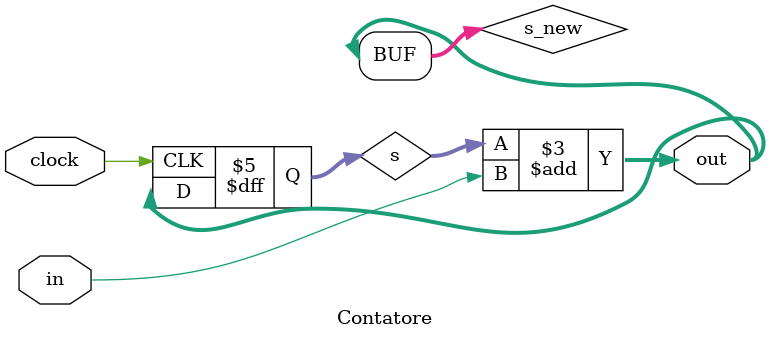
<source format=v>
module Contatore(output [N-1: 0]out, input in, input clock);
    parameter N = 2;

    reg [N-1:0]s;
    reg [N-1:0]s_new;

    initial
        begin
            s = 0; // stato iniziale
        end

        always @(posedge clock)
            s <= s_new;

        always @(s, in)
            s_new <= s + in; // attenzione qui si considerano s
                             // e in come interi e si fa la somma +

        assign
            out = s_new;
endmodule
</source>
